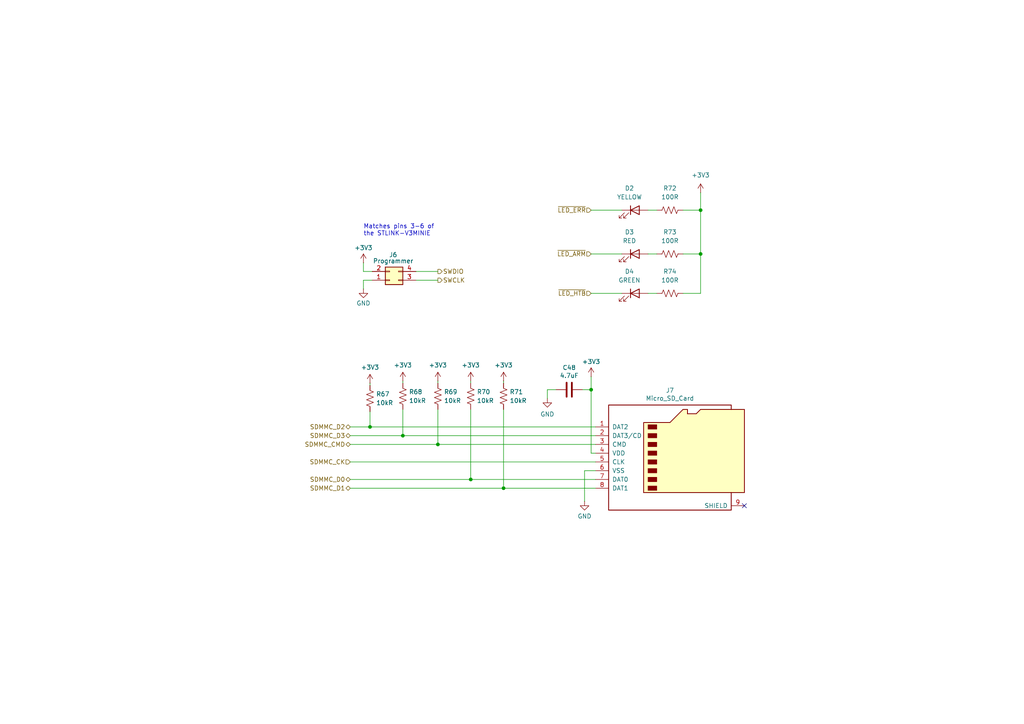
<source format=kicad_sch>
(kicad_sch (version 20231120) (generator "eeschema") (generator_version "8.0")
  (paper "A4")
  (lib_symbols
    (symbol "Connector:Micro_SD_Card" (pin_names (offset 1.016))
      (property "Reference" "J" (at -16.51 15.24 0))
      (property "Value" "Micro_SD_Card" (at 16.51 15.24 0))
      (symbol "Micro_SD_Card_0_1"
        (rectangle (start -7.62 -9.525) (end -5.08 -10.795) (fill (type outline)))
        (rectangle (start -7.62 -6.985) (end -5.08 -8.255) (fill (type outline)))
        (rectangle (start -7.62 -4.445) (end -5.08 -5.715) (fill (type outline)))
        (rectangle (start -7.62 -1.905) (end -5.08 -3.175) (fill (type outline)))
        (rectangle (start -7.62 0.635) (end -5.08 -0.635) (fill (type outline)))
        (rectangle (start -7.62 3.175) (end -5.08 1.905) (fill (type outline)))
        (rectangle (start -7.62 5.715) (end -5.08 4.445) (fill (type outline)))
        (rectangle (start -7.62 8.255) (end -5.08 6.985) (fill (type outline)))
        (polyline (pts (xy 16.51 12.7) (xy 16.51 13.97) (xy -19.05 13.97) (xy -19.05 -16.51) (xy 16.51 -16.51) (xy 16.51 -11.43)) (stroke (width 0.254)))
        (polyline (pts (xy -8.89 -11.43) (xy -8.89 8.89) (xy -1.27 8.89) (xy 2.54 12.7) (xy 3.81 12.7) (xy 3.81 11.43) (xy 6.35 11.43) (xy 7.62 12.7) (xy 20.32 12.7) (xy 20.32 -11.43) (xy -8.89 -11.43)) (stroke (width 0.254)) (fill (type background)))
      )
      (symbol "Micro_SD_Card_1_1"
        (pin bidirectional line (at -22.86 7.62 0) (length 3.81) (name "DAT2") (number "1"))
        (pin bidirectional line (at -22.86 5.08 0) (length 3.81) (name "DAT3/CD") (number "2"))
        (pin input line (at -22.86 2.54 0) (length 3.81) (name "CMD") (number "3"))
        (pin power_in line (at -22.86 0 0) (length 3.81) (name "VDD") (number "4"))
        (pin input line (at -22.86 -2.54 0) (length 3.81) (name "CLK") (number "5"))
        (pin power_in line (at -22.86 -5.08 0) (length 3.81) (name "VSS") (number "6"))
        (pin bidirectional line (at -22.86 -7.62 0) (length 3.81) (name "DAT0") (number "7"))
        (pin bidirectional line (at -22.86 -10.16 0) (length 3.81) (name "DAT1") (number "8"))
        (pin passive line (at 20.32 -15.24 180) (length 3.81) (name "SHIELD") (number "9"))
      )
    )
    (symbol "Connector_Generic:Conn_02x02_Top_Bottom" (pin_names (offset 1.016) hide)
      (property "Reference" "J" (at 1.27 2.54 0))
      (property "Value" "Conn_02x02_Top_Bottom" (at 1.27 -5.08 0))
      (symbol "Conn_02x02_Top_Bottom_1_1"
        (rectangle (start -1.27 -2.413) (end 0 -2.667) (stroke (width 0.1524)))
        (rectangle (start -1.27 0.127) (end 0 -0.127) (stroke (width 0.1524)))
        (rectangle (start -1.27 1.27) (end 3.81 -3.81) (stroke (width 0.254)) (fill (type background)))
        (rectangle (start 3.81 -2.413) (end 2.54 -2.667) (stroke (width 0.1524)))
        (rectangle (start 3.81 0.127) (end 2.54 -0.127) (stroke (width 0.1524)))
        (pin passive line (at -5.08 0 0) (length 3.81) (name "Pin_1") (number "1"))
        (pin passive line (at -5.08 -2.54 0) (length 3.81) (name "Pin_2") (number "2"))
        (pin passive line (at 7.62 0 180) (length 3.81) (name "Pin_3") (number "3"))
        (pin passive line (at 7.62 -2.54 180) (length 3.81) (name "Pin_4") (number "4"))
      )
    )
    (symbol "Device:C" (pin_numbers hide) (pin_names (offset 0.254))
      (property "Reference" "C" (at 0.635 2.54 0))
      (property "Value" "C" (at 0.635 -2.54 0))
      (symbol "C_0_1"
        (polyline (pts (xy -2.032 -0.762) (xy 2.032 -0.762)) (stroke (width 0.508)))
        (polyline (pts (xy -2.032 0.762) (xy 2.032 0.762)) (stroke (width 0.508)))
      )
      (symbol "C_1_1"
        (pin passive line (at 0 3.81 270) (length 2.794) (name "~") (number "1"))
        (pin passive line (at 0 -3.81 90) (length 2.794) (name "~") (number "2"))
      )
    )
    (symbol "Device:LED" (pin_numbers hide) (pin_names (offset 1.016) hide)
      (property "Reference" "D" (at 0 2.54 0))
      (property "Value" "LED" (at 0 -2.54 0))
      (symbol "LED_0_1"
        (polyline (pts (xy -1.27 -1.27) (xy -1.27 1.27)) (stroke (width 0.254)))
        (polyline (pts (xy -1.27 0) (xy 1.27 0)))
        (polyline (pts (xy 1.27 -1.27) (xy 1.27 1.27) (xy -1.27 0) (xy 1.27 -1.27)) (stroke (width 0.254)))
        (polyline (pts (xy -3.048 -0.762) (xy -4.572 -2.286) (xy -3.81 -2.286) (xy -4.572 -2.286) (xy -4.572 -1.524)))
        (polyline (pts (xy -1.778 -0.762) (xy -3.302 -2.286) (xy -2.54 -2.286) (xy -3.302 -2.286) (xy -3.302 -1.524)))
      )
      (symbol "LED_1_1"
        (pin passive line (at -3.81 0 0) (length 2.54) (name "K") (number "1"))
        (pin passive line (at 3.81 0 180) (length 2.54) (name "A") (number "2"))
      )
    )
    (symbol "Device:R_US" (pin_numbers hide) (pin_names (offset 0))
      (property "Reference" "R" (at 2.54 0 90))
      (property "Value" "R_US" (at -2.54 0 90))
      (symbol "R_US_0_1"
        (polyline (pts (xy 0 -2.286) (xy 0 -2.54)))
        (polyline (pts (xy 0 2.286) (xy 0 2.54)))
        (polyline (pts (xy 0 -0.762) (xy 1.016 -1.143) (xy 0 -1.524) (xy -1.016 -1.905) (xy 0 -2.286)))
        (polyline (pts (xy 0 0.762) (xy 1.016 0.381) (xy 0 0) (xy -1.016 -0.381) (xy 0 -0.762)))
        (polyline (pts (xy 0 2.286) (xy 1.016 1.905) (xy 0 1.524) (xy -1.016 1.143) (xy 0 0.762)))
      )
      (symbol "R_US_1_1"
        (pin passive line (at 0 3.81 270) (length 1.27) (name "~") (number "1"))
        (pin passive line (at 0 -3.81 90) (length 1.27) (name "~") (number "2"))
      )
    )
    (symbol "power:+3V3" (power) (pin_numbers hide) (pin_names (offset 0) hide)
      (property "Value" "+3V3" (at 0 3.556 0))
      (symbol "+3V3_0_1"
        (polyline (pts (xy -0.762 1.27) (xy 0 2.54)))
        (polyline (pts (xy 0 0) (xy 0 2.54)))
        (polyline (pts (xy 0 2.54) (xy 0.762 1.27)))
      )
      (symbol "+3V3_1_1"
        (pin power_in line (at 0 0 90) (length 0) (name "~") (number "1"))
      )
    )
    (symbol "power:GND" (power) (pin_numbers hide) (pin_names (offset 0) hide)
      (property "Value" "GND" (at 0 -3.81 0))
      (symbol "GND_0_1"
        (polyline (pts (xy 0 0) (xy 0 -1.27) (xy 1.27 -1.27) (xy 0 -2.54) (xy -1.27 -1.27) (xy 0 -1.27)))
      )
      (symbol "GND_1_1"
        (pin power_in line (at 0 0 270) (length 0) (name "~") (number "1"))
      )
    )
  )
  (junction (at 203.2 60.96))
  (junction (at 203.2 73.66))
  (junction (at 116.84 126.365))
  (junction (at 136.525 139.065))
  (junction (at 127 128.905))
  (junction (at 171.45 113.03))
  (junction (at 107.315 123.825))
  (junction (at 146.05 141.605))
  (no_connect (at 215.9 146.685))
  (wire (pts (xy 172.72 131.445) (xy 171.45 131.445)))
  (wire (pts (xy 146.05 118.745) (xy 146.05 141.605)))
  (wire (pts (xy 116.84 118.745) (xy 116.84 126.365)))
  (wire (pts (xy 120.65 81.28) (xy 127 81.28)))
  (wire (pts (xy 120.65 78.74) (xy 127 78.74)))
  (wire (pts (xy 169.545 136.525) (xy 169.545 145.415)))
  (wire (pts (xy 101.6 128.905) (xy 127 128.905)))
  (wire (pts (xy 101.6 141.605) (xy 146.05 141.605)))
  (wire (pts (xy 187.96 60.96) (xy 190.5 60.96)))
  (wire (pts (xy 158.75 115.57) (xy 158.75 113.03)))
  (wire (pts (xy 203.2 55.88) (xy 203.2 60.96)))
  (wire (pts (xy 146.05 110.49) (xy 146.05 111.125)))
  (wire (pts (xy 127 128.905) (xy 172.72 128.905)))
  (wire (pts (xy 116.84 126.365) (xy 172.72 126.365)))
  (wire (pts (xy 171.45 85.09) (xy 180.34 85.09)))
  (wire (pts (xy 105.41 81.28) (xy 107.95 81.28)))
  (wire (pts (xy 171.45 113.03) (xy 171.45 109.22)))
  (wire (pts (xy 187.96 73.66) (xy 190.5 73.66)))
  (wire (pts (xy 105.41 76.2) (xy 105.41 78.74)))
  (wire (pts (xy 127 118.745) (xy 127 128.905)))
  (wire (pts (xy 127 110.49) (xy 127 111.125)))
  (wire (pts (xy 107.315 123.825) (xy 172.72 123.825)))
  (wire (pts (xy 168.91 113.03) (xy 171.45 113.03)))
  (wire (pts (xy 105.41 83.82) (xy 105.41 81.28)))
  (wire (pts (xy 101.6 133.985) (xy 172.72 133.985)))
  (wire (pts (xy 198.12 60.96) (xy 203.2 60.96)))
  (wire (pts (xy 171.45 60.96) (xy 180.34 60.96)))
  (wire (pts (xy 158.75 113.03) (xy 161.29 113.03)))
  (wire (pts (xy 171.45 73.66) (xy 180.34 73.66)))
  (wire (pts (xy 187.96 85.09) (xy 190.5 85.09)))
  (wire (pts (xy 172.72 136.525) (xy 169.545 136.525)))
  (wire (pts (xy 107.315 111.125) (xy 107.315 111.76)))
  (wire (pts (xy 136.525 139.065) (xy 172.72 139.065)))
  (wire (pts (xy 198.12 73.66) (xy 203.2 73.66)))
  (wire (pts (xy 101.6 123.825) (xy 107.315 123.825)))
  (wire (pts (xy 101.6 126.365) (xy 116.84 126.365)))
  (wire (pts (xy 171.45 131.445) (xy 171.45 113.03)))
  (wire (pts (xy 203.2 60.96) (xy 203.2 73.66)))
  (wire (pts (xy 136.525 118.745) (xy 136.525 139.065)))
  (wire (pts (xy 146.05 141.605) (xy 172.72 141.605)))
  (wire (pts (xy 203.2 85.09) (xy 198.12 85.09)))
  (wire (pts (xy 116.84 110.49) (xy 116.84 111.125)))
  (wire (pts (xy 136.525 110.49) (xy 136.525 111.125)))
  (wire (pts (xy 203.2 73.66) (xy 203.2 85.09)))
  (wire (pts (xy 107.315 119.38) (xy 107.315 123.825)))
  (wire (pts (xy 105.41 78.74) (xy 107.95 78.74)))
  (wire (pts (xy 101.6 139.065) (xy 136.525 139.065)))
  (text "Matches pins 3-6 of\nthe STLINK-V3MINIE" (at 105.41 68.58 0) (effects (font (size 1.27 1.27)) (justify left bottom)))
  (hierarchical_label "SWCLK" (shape output) (at 127 81.28 0))
  (hierarchical_label "~{LED_ARM}" (shape input) (at 171.45 73.66 180))
  (hierarchical_label "SWDIO" (shape output) (at 127 78.74 0))
  (hierarchical_label "~{LED_ERR}" (shape input) (at 171.45 60.96 180))
  (hierarchical_label "SDMMC_D1" (shape bidirectional) (at 101.6 141.605 180))
  (hierarchical_label "SDMMC_CK" (shape input) (at 101.6 133.985 180))
  (hierarchical_label "SDMMC_D2" (shape bidirectional) (at 101.6 123.825 180))
  (hierarchical_label "~{LED_HTB}" (shape input) (at 171.45 85.09 180))
  (hierarchical_label "SDMMC_D0" (shape bidirectional) (at 101.6 139.065 180))
  (hierarchical_label "SDMMC_CMD" (shape bidirectional) (at 101.6 128.905 180))
  (hierarchical_label "SDMMC_D3" (shape bidirectional) (at 101.6 126.365 180))
  (symbol (lib_id "Device:R_US") (at 146.05 114.935 0) (unit 1)
    (property "Reference" "R71" (at 147.828 113.665 0) (effects (justify left)))
    (property "Value" "10kR" (at 147.828 116.205 0) (effects (justify left)))
    (property "Footprint" "Resistor_SMD:R_0805_2012Metric_Pad1.20x1.40mm_HandSolder" (effects (hide yes)))
  )
  (symbol (lib_id "power:GND") (at 158.75 115.57 0) (unit 1)
    (property "Reference" "#PWR132" (effects (hide yes)))
    (property "Value" "GND" (at 158.75 120.142 0))
  )
  (symbol (lib_id "Device:R_US") (at 194.31 73.66 90) (unit 1)
    (property "Reference" "R73" (at 194.31 67.31 90))
    (property "Value" "100R" (at 194.31 69.85 90))
    (property "Footprint" "Resistor_SMD:R_0805_2012Metric_Pad1.20x1.40mm_HandSolder" (effects (hide yes)))
    (property "Description" "Resistor, US symbol" (effects (hide yes)))
  )
  (symbol (lib_id "power:+3V3") (at 127 110.49 0) (unit 1)
    (property "Reference" "#PWR129" (effects (hide yes)))
    (property "Value" "+3V3" (at 127 105.918 0))
  )
  (symbol (lib_id "power:+3V3") (at 171.45 109.22 0) (unit 1)
    (property "Reference" "#PWR134" (effects (hide yes)))
    (property "Value" "+3V3" (at 171.45 104.902 0))
  )
  (symbol (lib_id "Device:LED") (at 184.15 85.09 0) (unit 1)
    (property "Reference" "D4" (at 182.5625 78.74 0))
    (property "Value" "GREEN" (at 182.5625 81.28 0))
    (property "Footprint" "Diode_SMD:D_1206_3216Metric_Pad1.42x1.75mm_HandSolder" (effects (hide yes)))
    (property "Description" "Light emitting diode" (effects (hide yes)))
  )
  (symbol (lib_id "power:GND") (at 169.545 145.415 0) (unit 1)
    (property "Reference" "#PWR133" (effects (hide yes)))
    (property "Value" "GND" (at 169.545 149.733 0))
  )
  (symbol (lib_id "Device:R_US") (at 107.315 115.57 0) (unit 1)
    (property "Reference" "R67" (at 109.093 114.3 0) (effects (justify left)))
    (property "Value" "10kR" (at 109.093 116.84 0) (effects (justify left)))
    (property "Footprint" "Resistor_SMD:R_0805_2012Metric_Pad1.20x1.40mm_HandSolder" (effects (hide yes)))
  )
  (symbol (lib_id "Device:R_US") (at 116.84 114.935 0) (unit 1)
    (property "Reference" "R68" (at 118.618 113.665 0) (effects (justify left)))
    (property "Value" "10kR" (at 118.618 116.205 0) (effects (justify left)))
    (property "Footprint" "Resistor_SMD:R_0805_2012Metric_Pad1.20x1.40mm_HandSolder" (effects (hide yes)))
  )
  (symbol (lib_id "Device:R_US") (at 136.525 114.935 0) (unit 1)
    (property "Reference" "R70" (at 138.303 113.665 0) (effects (justify left)))
    (property "Value" "10kR" (at 138.303 116.205 0) (effects (justify left)))
    (property "Footprint" "Resistor_SMD:R_0805_2012Metric_Pad1.20x1.40mm_HandSolder" (effects (hide yes)))
  )
  (symbol (lib_id "Device:R_US") (at 127 114.935 0) (unit 1)
    (property "Reference" "R69" (at 128.778 113.665 0) (effects (justify left)))
    (property "Value" "10kR" (at 128.778 116.205 0) (effects (justify left)))
    (property "Footprint" "Resistor_SMD:R_0805_2012Metric_Pad1.20x1.40mm_HandSolder" (effects (hide yes)))
  )
  (symbol (lib_id "power:+3V3") (at 136.525 110.49 0) (unit 1)
    (property "Reference" "#PWR130" (effects (hide yes)))
    (property "Value" "+3V3" (at 136.525 105.918 0))
  )
  (symbol (lib_id "Connector:Micro_SD_Card") (at 195.58 131.445 0) (unit 1)
    (property "Reference" "J7" (at 194.31 113.2332 0))
    (property "Value" "Micro_SD_Card" (at 194.31 115.5446 0))
    (property "Footprint" "canhw_footprints:microSD_Molex_WM6698CT-ND" (effects (hide yes)))
    (property "Datasheet" "http://katalog.we-online.de/em/datasheet/693072010801.pdf" (effects (hide yes)))
  )
  (symbol (lib_id "power:+3V3") (at 146.05 110.49 0) (unit 1)
    (property "Reference" "#PWR131" (effects (hide yes)))
    (property "Value" "+3V3" (at 146.05 105.918 0))
  )
  (symbol (lib_id "Connector_Generic:Conn_02x02_Top_Bottom") (at 113.03 81.28 0) (mirror x) (unit 1)
    (property "Reference" "J6" (at 114.046 73.914 0))
    (property "Value" "Programmer" (at 114.046 75.692 0))
    (property "Footprint" "Connector_PinSocket_1.27mm:PinSocket_2x02_P1.27mm_Vertical_SMD" (effects (hide yes)))
  )
  (symbol (lib_id "Device:LED") (at 184.15 73.66 0) (unit 1)
    (property "Reference" "D3" (at 182.5625 67.31 0))
    (property "Value" "RED" (at 182.5625 69.85 0))
    (property "Footprint" "Diode_SMD:D_1206_3216Metric_Pad1.42x1.75mm_HandSolder" (effects (hide yes)))
    (property "Description" "Light emitting diode" (effects (hide yes)))
  )
  (symbol (lib_id "power:+3V3") (at 105.41 76.2 0) (unit 1)
    (property "Reference" "#PWR125" (effects (hide yes)))
    (property "Value" "+3V3" (at 105.41 71.882 0))
  )
  (symbol (lib_id "Device:C") (at 165.1 113.03 270) (unit 1)
    (property "Reference" "C48" (at 165.1 106.6292 90))
    (property "Value" "4.7uF" (at 165.1 108.9406 90))
    (property "Footprint" "Capacitor_SMD:C_0805_2012Metric_Pad1.18x1.45mm_HandSolder" (effects (hide yes)))
  )
  (symbol (lib_id "power:+3V3") (at 107.315 111.125 0) (unit 1)
    (property "Reference" "#PWR127" (effects (hide yes)))
    (property "Value" "+3V3" (at 107.315 106.553 0))
  )
  (symbol (lib_id "power:+3V3") (at 203.2 55.88 0) (unit 1)
    (property "Reference" "#PWR135" (effects (hide yes)))
    (property "Value" "+3V3" (at 203.2 50.8 0))
    (property "Description" "Power symbol creates a global label with name \"+3V3\"" (effects (hide yes)))
  )
  (symbol (lib_id "power:+3V3") (at 116.84 110.49 0) (unit 1)
    (property "Reference" "#PWR128" (effects (hide yes)))
    (property "Value" "+3V3" (at 116.84 105.918 0))
  )
  (symbol (lib_id "Device:R_US") (at 194.31 85.09 90) (unit 1)
    (property "Reference" "R74" (at 194.31 78.74 90))
    (property "Value" "100R" (at 194.31 81.28 90))
    (property "Footprint" "Resistor_SMD:R_0805_2012Metric_Pad1.20x1.40mm_HandSolder" (effects (hide yes)))
    (property "Description" "Resistor, US symbol" (effects (hide yes)))
  )
  (symbol (lib_id "Device:LED") (at 184.15 60.96 0) (unit 1)
    (property "Reference" "D2" (at 182.5625 54.61 0))
    (property "Value" "YELLOW" (at 182.5625 57.15 0))
    (property "Footprint" "Diode_SMD:D_1206_3216Metric_Pad1.42x1.75mm_HandSolder" (effects (hide yes)))
    (property "Description" "Light emitting diode" (effects (hide yes)))
  )
  (symbol (lib_id "Device:R_US") (at 194.31 60.96 90) (unit 1)
    (property "Reference" "R72" (at 194.31 54.61 90))
    (property "Value" "100R" (at 194.31 57.15 90))
    (property "Footprint" "Resistor_SMD:R_0805_2012Metric_Pad1.20x1.40mm_HandSolder" (effects (hide yes)))
    (property "Description" "Resistor, US symbol" (effects (hide yes)))
  )
  (symbol (lib_id "power:GND") (at 105.41 83.82 0) (unit 1)
    (property "Reference" "#PWR126" (effects (hide yes)))
    (property "Value" "GND" (at 105.41 87.9531 0))
  )
)
</source>
